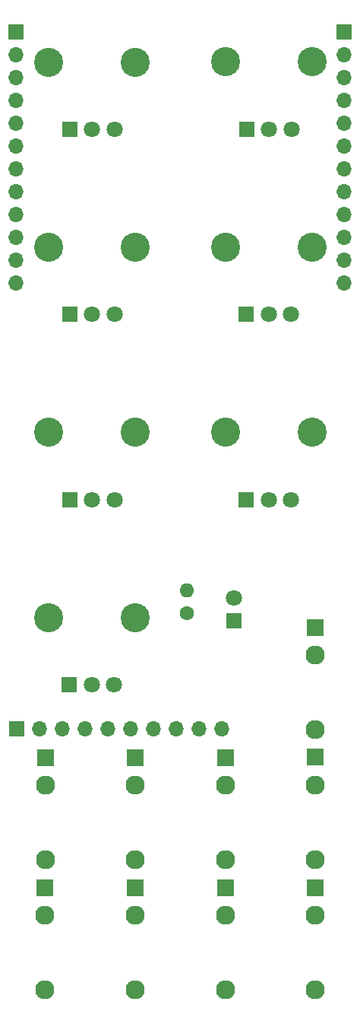
<source format=gbr>
%TF.GenerationSoftware,KiCad,Pcbnew,7.0.1-0*%
%TF.CreationDate,2023-10-20T13:53:54+13:00*%
%TF.ProjectId,Punkys-new-brew_control,50756e6b-7973-42d6-9e65-772d62726577,001*%
%TF.SameCoordinates,Original*%
%TF.FileFunction,Soldermask,Top*%
%TF.FilePolarity,Negative*%
%FSLAX46Y46*%
G04 Gerber Fmt 4.6, Leading zero omitted, Abs format (unit mm)*
G04 Created by KiCad (PCBNEW 7.0.1-0) date 2023-10-20 13:53:54*
%MOMM*%
%LPD*%
G01*
G04 APERTURE LIST*
%ADD10C,3.240000*%
%ADD11R,1.800000X1.800000*%
%ADD12C,1.800000*%
%ADD13R,1.930000X1.830000*%
%ADD14C,2.130000*%
%ADD15C,1.600000*%
%ADD16O,1.600000X1.600000*%
%ADD17R,1.700000X1.700000*%
%ADD18O,1.700000X1.700000*%
G04 APERTURE END LIST*
D10*
%TO.C,RV4*%
X126000000Y-59825000D03*
X135600000Y-59825000D03*
D11*
X128300000Y-67325000D03*
D12*
X130800000Y-67325000D03*
X133300000Y-67325000D03*
%TD*%
D10*
%TO.C,RV5*%
X145700000Y-59825000D03*
X155300000Y-59825000D03*
D11*
X148000000Y-67325000D03*
D12*
X150500000Y-67325000D03*
X153000000Y-67325000D03*
%TD*%
D13*
%TO.C,J7*%
X125580000Y-131100000D03*
D14*
X125580000Y-142500000D03*
X125580000Y-134200000D03*
%TD*%
D13*
%TO.C,J9*%
X145660000Y-131100000D03*
D14*
X145660000Y-142500000D03*
X145660000Y-134200000D03*
%TD*%
D13*
%TO.C,J2*%
X135630000Y-116610000D03*
D14*
X135630000Y-128010000D03*
X135630000Y-119710000D03*
%TD*%
D13*
%TO.C,J6*%
X155720000Y-116600000D03*
D14*
X155720000Y-128000000D03*
X155720000Y-119700000D03*
%TD*%
D13*
%TO.C,J4*%
X125600000Y-116610000D03*
D14*
X125600000Y-128010000D03*
X125600000Y-119710000D03*
%TD*%
D10*
%TO.C,RV6*%
X125980000Y-101025000D03*
X135580000Y-101025000D03*
D11*
X128280000Y-108525000D03*
D12*
X130780000Y-108525000D03*
X133280000Y-108525000D03*
%TD*%
D10*
%TO.C,RV2*%
X145730000Y-39205000D03*
X155330000Y-39205000D03*
D11*
X148030000Y-46705000D03*
D12*
X150530000Y-46705000D03*
X153030000Y-46705000D03*
%TD*%
D15*
%TO.C,R13*%
X141350000Y-100530000D03*
D16*
X141350000Y-97990000D03*
%TD*%
D10*
%TO.C,RV3*%
X126000000Y-80425000D03*
X135600000Y-80425000D03*
D11*
X128300000Y-87925000D03*
D12*
X130800000Y-87925000D03*
X133300000Y-87925000D03*
%TD*%
D13*
%TO.C,J3*%
X145660000Y-116610000D03*
D14*
X145660000Y-128010000D03*
X145660000Y-119710000D03*
%TD*%
D10*
%TO.C,RV7*%
X145700000Y-80425000D03*
X155300000Y-80425000D03*
D11*
X148000000Y-87925000D03*
D12*
X150500000Y-87925000D03*
X153000000Y-87925000D03*
%TD*%
D13*
%TO.C,J10*%
X155710000Y-102130000D03*
D14*
X155710000Y-113530000D03*
X155710000Y-105230000D03*
%TD*%
D10*
%TO.C,RV1*%
X126000000Y-39225000D03*
X135600000Y-39225000D03*
D11*
X128300000Y-46725000D03*
D12*
X130800000Y-46725000D03*
X133300000Y-46725000D03*
%TD*%
D13*
%TO.C,J5*%
X155690000Y-131100000D03*
D14*
X155690000Y-142500000D03*
X155690000Y-134200000D03*
%TD*%
D11*
%TO.C,D11*%
X146600000Y-101440000D03*
D12*
X146600000Y-98900000D03*
%TD*%
D13*
%TO.C,J8*%
X135630000Y-131100000D03*
D14*
X135630000Y-142500000D03*
X135630000Y-134200000D03*
%TD*%
D17*
%TO.C,J12*%
X122430000Y-113450000D03*
D18*
X124970000Y-113450000D03*
X127510000Y-113450000D03*
X130050000Y-113450000D03*
X132590000Y-113450000D03*
X135130000Y-113450000D03*
X137670000Y-113450000D03*
X140210000Y-113450000D03*
X142750000Y-113450000D03*
X145290000Y-113450000D03*
%TD*%
D17*
%TO.C,J14*%
X122350000Y-35900000D03*
D18*
X122350000Y-38440000D03*
X122350000Y-40980000D03*
X122350000Y-43520000D03*
X122350000Y-46060000D03*
X122350000Y-48600000D03*
X122350000Y-51140000D03*
X122350000Y-53680000D03*
X122350000Y-56220000D03*
X122350000Y-58760000D03*
X122350000Y-61300000D03*
X122350000Y-63840000D03*
%TD*%
D17*
%TO.C,J15*%
X158900000Y-35900000D03*
D18*
X158900000Y-38440000D03*
X158900000Y-40980000D03*
X158900000Y-43520000D03*
X158900000Y-46060000D03*
X158900000Y-48600000D03*
X158900000Y-51140000D03*
X158900000Y-53680000D03*
X158900000Y-56220000D03*
X158900000Y-58760000D03*
X158900000Y-61300000D03*
X158900000Y-63840000D03*
%TD*%
M02*

</source>
